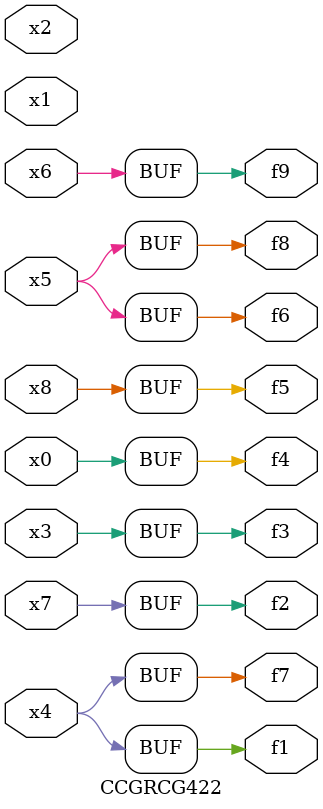
<source format=v>
module CCGRCG422(
	input x0, x1, x2, x3, x4, x5, x6, x7, x8,
	output f1, f2, f3, f4, f5, f6, f7, f8, f9
);
	assign f1 = x4;
	assign f2 = x7;
	assign f3 = x3;
	assign f4 = x0;
	assign f5 = x8;
	assign f6 = x5;
	assign f7 = x4;
	assign f8 = x5;
	assign f9 = x6;
endmodule

</source>
